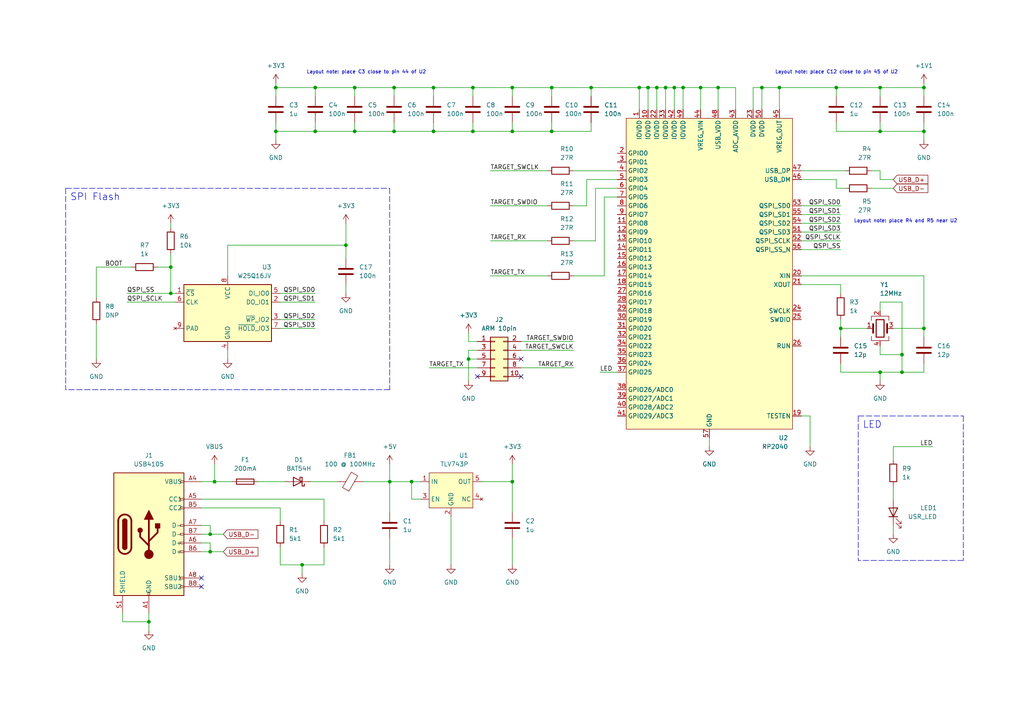
<source format=kicad_sch>
(kicad_sch (version 20211123) (generator eeschema)
  (paper "A4")
  (title_block (title "Picoprobe board") (date "2023-01-06") (rev "1") (company "Martin Kopka") (comment 1 "SWD debugger for RP2040"))
  (lib_symbols
    (symbol "Connector_Generic:Conn_02x05_Odd_Even" (pin_names (offset 1.016) hide)
      (property "Reference" "J" (at 1.27 7.62 0))
      (property "Value" "Conn_02x05_Odd_Even" (at 1.27 -7.62 0))
      (symbol "Conn_02x05_Odd_Even_1_1"
        (rectangle (start -1.27 -4.953) (end 0 -5.207) (stroke (width 0.1524)))
        (rectangle (start -1.27 -2.413) (end 0 -2.667) (stroke (width 0.1524)))
        (rectangle (start -1.27 0.127) (end 0 -0.127) (stroke (width 0.1524)))
        (rectangle (start -1.27 2.667) (end 0 2.413) (stroke (width 0.1524)))
        (rectangle (start -1.27 5.207) (end 0 4.953) (stroke (width 0.1524)))
        (rectangle (start -1.27 6.35) (end 3.81 -6.35) (stroke (width 0.254)) (fill (type background)))
        (rectangle (start 3.81 -4.953) (end 2.54 -5.207) (stroke (width 0.1524)))
        (rectangle (start 3.81 -2.413) (end 2.54 -2.667) (stroke (width 0.1524)))
        (rectangle (start 3.81 0.127) (end 2.54 -0.127) (stroke (width 0.1524)))
        (rectangle (start 3.81 2.667) (end 2.54 2.413) (stroke (width 0.1524)))
        (rectangle (start 3.81 5.207) (end 2.54 4.953) (stroke (width 0.1524)))
        (pin passive line (at -5.08 5.08 0) (length 3.81) (name "Pin_1") (number "1"))
        (pin passive line (at 7.62 -5.08 180) (length 3.81) (name "Pin_10") (number "10"))
        (pin passive line (at 7.62 5.08 180) (length 3.81) (name "Pin_2") (number "2"))
        (pin passive line (at -5.08 2.54 0) (length 3.81) (name "Pin_3") (number "3"))
        (pin passive line (at 7.62 2.54 180) (length 3.81) (name "Pin_4") (number "4"))
        (pin passive line (at -5.08 0 0) (length 3.81) (name "Pin_5") (number "5"))
        (pin passive line (at 7.62 0 180) (length 3.81) (name "Pin_6") (number "6"))
        (pin passive line (at -5.08 -2.54 0) (length 3.81) (name "Pin_7") (number "7"))
        (pin passive line (at 7.62 -2.54 180) (length 3.81) (name "Pin_8") (number "8"))
        (pin passive line (at -5.08 -5.08 0) (length 3.81) (name "Pin_9") (number "9"))
      )
    )
    (symbol "Device:C" (pin_numbers hide) (pin_names (offset 0.254))
      (property "Reference" "C" (at 0.635 2.54 0))
      (property "Value" "C" (at 0.635 -2.54 0))
      (symbol "C_0_1"
        (polyline (pts (xy -2.032 -0.762) (xy 2.032 -0.762)) (stroke (width 0.508)))
        (polyline (pts (xy -2.032 0.762) (xy 2.032 0.762)) (stroke (width 0.508)))
      )
      (symbol "C_1_1"
        (pin passive line (at 0 3.81 270) (length 2.794) (name "~") (number "1"))
        (pin passive line (at 0 -3.81 90) (length 2.794) (name "~") (number "2"))
      )
    )
    (symbol "Device:Crystal_GND24" (pin_names (offset 1.016) hide)
      (property "Reference" "Y" (at 3.175 5.08 0))
      (property "Value" "Crystal_GND24" (at 3.175 3.175 0))
      (symbol "Crystal_GND24_0_1"
        (rectangle (start -1.143 2.54) (end 1.143 -2.54) (stroke (width 0.3048)))
        (polyline (pts (xy -2.54 0) (xy -2.032 0)))
        (polyline (pts (xy -2.032 -1.27) (xy -2.032 1.27)) (stroke (width 0.508)))
        (polyline (pts (xy 0 -3.81) (xy 0 -3.556)))
        (polyline (pts (xy 0 3.556) (xy 0 3.81)))
        (polyline (pts (xy 2.032 -1.27) (xy 2.032 1.27)) (stroke (width 0.508)))
        (polyline (pts (xy 2.032 0) (xy 2.54 0)))
        (polyline (pts (xy -2.54 -2.286) (xy -2.54 -3.556) (xy 2.54 -3.556) (xy 2.54 -2.286)))
        (polyline (pts (xy -2.54 2.286) (xy -2.54 3.556) (xy 2.54 3.556) (xy 2.54 2.286)))
      )
      (symbol "Crystal_GND24_1_1"
        (pin passive line (at -3.81 0 0) (length 1.27) (name "1") (number "1"))
        (pin passive line (at 0 5.08 270) (length 1.27) (name "2") (number "2"))
        (pin passive line (at 3.81 0 180) (length 1.27) (name "3") (number "3"))
        (pin passive line (at 0 -5.08 90) (length 1.27) (name "4") (number "4"))
      )
    )
    (symbol "Device:FerriteBead" (pin_numbers hide) (pin_names (offset 0))
      (property "Reference" "FB" (at -3.81 0.635 90))
      (property "Value" "FerriteBead" (at 3.81 0 90))
      (symbol "FerriteBead_0_1"
        (polyline (pts (xy 0 -1.27) (xy 0 -1.2192)))
        (polyline (pts (xy 0 1.27) (xy 0 1.2954)))
        (polyline (pts (xy -2.7686 0.4064) (xy -1.7018 2.2606) (xy 2.7686 -0.3048) (xy 1.6764 -2.159) (xy -2.7686 0.4064)))
      )
      (symbol "FerriteBead_1_1"
        (pin passive line (at 0 3.81 270) (length 2.54) (name "~") (number "1"))
        (pin passive line (at 0 -3.81 90) (length 2.54) (name "~") (number "2"))
      )
    )
    (symbol "Device:Fuse" (pin_numbers hide) (pin_names (offset 0))
      (property "Reference" "F" (at 2.032 0 90))
      (property "Value" "Fuse" (at -1.905 0 90))
      (symbol "Fuse_0_1"
        (rectangle (start -0.762 -2.54) (end 0.762 2.54) (stroke (width 0.254)))
        (polyline (pts (xy 0 2.54) (xy 0 -2.54)))
      )
      (symbol "Fuse_1_1"
        (pin passive line (at 0 3.81 270) (length 1.27) (name "~") (number "1"))
        (pin passive line (at 0 -3.81 90) (length 1.27) (name "~") (number "2"))
      )
    )
    (symbol "Device:LED" (pin_numbers hide) (pin_names (offset 1.016) hide)
      (property "Reference" "D" (at 0 2.54 0))
      (property "Value" "LED" (at 0 -2.54 0))
      (symbol "LED_0_1"
        (polyline (pts (xy -1.27 -1.27) (xy -1.27 1.27)) (stroke (width 0.254)))
        (polyline (pts (xy -1.27 0) (xy 1.27 0)))
        (polyline (pts (xy 1.27 -1.27) (xy 1.27 1.27) (xy -1.27 0) (xy 1.27 -1.27)) (stroke (width 0.254)))
        (polyline (pts (xy -3.048 -0.762) (xy -4.572 -2.286) (xy -3.81 -2.286) (xy -4.572 -2.286) (xy -4.572 -1.524)))
        (polyline (pts (xy -1.778 -0.762) (xy -3.302 -2.286) (xy -2.54 -2.286) (xy -3.302 -2.286) (xy -3.302 -1.524)))
      )
      (symbol "LED_1_1"
        (pin passive line (at -3.81 0 0) (length 2.54) (name "K") (number "1"))
        (pin passive line (at 3.81 0 180) (length 2.54) (name "A") (number "2"))
      )
    )
    (symbol "Device:R" (pin_numbers hide) (pin_names (offset 0))
      (property "Reference" "R" (at 2.032 0 90))
      (property "Value" "R" (at 0 0 90))
      (symbol "R_0_1"
        (rectangle (start -1.016 -2.54) (end 1.016 2.54) (stroke (width 0.254)))
      )
      (symbol "R_1_1"
        (pin passive line (at 0 3.81 270) (length 1.27) (name "~") (number "1"))
        (pin passive line (at 0 -3.81 90) (length 1.27) (name "~") (number "2"))
      )
    )
    (symbol "power:+1V1" (power) (pin_names (offset 0))
      (property "Value" "+1V1" (at 0 3.556 0))
      (symbol "+1V1_0_1"
        (polyline (pts (xy -0.762 1.27) (xy 0 2.54)))
        (polyline (pts (xy 0 0) (xy 0 2.54)))
        (polyline (pts (xy 0 2.54) (xy 0.762 1.27)))
      )
      (symbol "+1V1_1_1"
        (pin power_in line (at 0 0 90) (length 0) hide (name "+1V1") (number "1"))
      )
    )
    (symbol "power:+3V3" (power) (pin_names (offset 0))
      (property "Value" "+3V3" (at 0 3.556 0))
      (symbol "+3V3_0_1"
        (polyline (pts (xy -0.762 1.27) (xy 0 2.54)))
        (polyline (pts (xy 0 0) (xy 0 2.54)))
        (polyline (pts (xy 0 2.54) (xy 0.762 1.27)))
      )
      (symbol "+3V3_1_1"
        (pin power_in line (at 0 0 90) (length 0) hide (name "+3V3") (number "1"))
      )
    )
    (symbol "power:+5V" (power) (pin_names (offset 0))
      (property "Value" "+5V" (at 0 3.556 0))
      (symbol "+5V_0_1"
        (polyline (pts (xy -0.762 1.27) (xy 0 2.54)))
        (polyline (pts (xy 0 0) (xy 0 2.54)))
        (polyline (pts (xy 0 2.54) (xy 0.762 1.27)))
      )
      (symbol "+5V_1_1"
        (pin power_in line (at 0 0 90) (length 0) hide (name "+5V") (number "1"))
      )
    )
    (symbol "power:GND" (power) (pin_names (offset 0))
      (property "Value" "GND" (at 0 -3.81 0))
      (symbol "GND_0_1"
        (polyline (pts (xy 0 0) (xy 0 -1.27) (xy 1.27 -1.27) (xy 0 -2.54) (xy -1.27 -1.27) (xy 0 -1.27)))
      )
      (symbol "GND_1_1"
        (pin power_in line (at 0 0 270) (length 0) hide (name "GND") (number "1"))
      )
    )
    (symbol "power:VBUS" (power) (pin_names (offset 0))
      (property "Value" "VBUS" (at 0 3.81 0))
      (symbol "VBUS_0_1"
        (polyline (pts (xy -0.762 1.27) (xy 0 2.54)))
        (polyline (pts (xy 0 0) (xy 0 2.54)))
        (polyline (pts (xy 0 2.54) (xy 0.762 1.27)))
      )
      (symbol "VBUS_1_1"
        (pin power_in line (at 0 0 90) (length 0) hide (name "VBUS") (number "1"))
      )
    )
    (symbol "w-connector:USB4105"
      (property "Reference" "J" (at 0 22.86 0))
      (property "Value" "USB4105" (at 0 20.32 0))
      (symbol "USB4105_0_0"
        (rectangle (start -0.254 -17.78) (end 0.254 -16.764))
        (rectangle (start 10.16 -14.986) (end 9.144 -15.494))
        (rectangle (start 10.16 -12.446) (end 9.144 -12.954))
        (rectangle (start 10.16 -4.826) (end 9.144 -5.334))
        (rectangle (start 10.16 -2.286) (end 9.144 -2.794))
        (rectangle (start 10.16 0.254) (end 9.144 -0.254))
        (rectangle (start 10.16 2.794) (end 9.144 2.286))
        (rectangle (start 10.16 7.874) (end 9.144 7.366))
        (rectangle (start 10.16 10.414) (end 9.144 9.906))
        (rectangle (start 10.16 15.494) (end 9.144 14.986))
      )
      (symbol "USB4105_0_1"
        (rectangle (start -10.16 17.78) (end 10.16 -17.78) (stroke (width 0.254)) (fill (type background)))
        (arc (start -8.89 -3.81) (mid -6.985 -5.715) (end -5.08 -3.81) (stroke (width 0.508)))
        (arc (start -7.62 -3.81) (mid -6.985 -4.445) (end -6.35 -3.81) (stroke (width 0.254)))
        (arc (start -7.62 -3.81) (mid -6.985 -4.445) (end -6.35 -3.81) (stroke (width 0.254)) (fill (type outline)))
        (rectangle (start -7.62 -3.81) (end -6.35 3.81) (stroke (width 0.254)) (fill (type outline)))
        (arc (start -6.35 3.81) (mid -6.985 4.445) (end -7.62 3.81) (stroke (width 0.254)))
        (arc (start -6.35 3.81) (mid -6.985 4.445) (end -7.62 3.81) (stroke (width 0.254)) (fill (type outline)))
        (arc (start -5.08 3.81) (mid -6.985 5.715) (end -8.89 3.81) (stroke (width 0.508)))
        (circle (center -2.54 1.143) (radius 0.635) (stroke (width 0.254)) (fill (type outline)))
        (circle (center 0 -5.842) (radius 1.27) (fill (type outline)))
        (polyline (pts (xy -8.89 -3.81) (xy -8.89 3.81)) (stroke (width 0.508)))
        (polyline (pts (xy -5.08 3.81) (xy -5.08 -3.81)) (stroke (width 0.508)))
        (polyline (pts (xy 0 -5.842) (xy 0 4.318)) (stroke (width 0.508)))
        (polyline (pts (xy 0 -3.302) (xy -2.54 -0.762) (xy -2.54 0.508)) (stroke (width 0.508)))
        (polyline (pts (xy 0 -2.032) (xy 2.54 0.508) (xy 2.54 1.778)) (stroke (width 0.508)))
        (polyline (pts (xy -1.27 4.318) (xy 0 6.858) (xy 1.27 4.318) (xy -1.27 4.318)) (stroke (width 0.254)) (fill (type outline)))
        (rectangle (start 1.905 1.778) (end 3.175 3.048) (stroke (width 0.254)) (fill (type outline)))
      )
      (symbol "USB4105_1_1"
        (pin passive line (at 0 -22.86 90) (length 5.08) (name "GND") (number "A1"))
        (pin passive line (at 0 -22.86 90) (length 5.08) hide (name "GND") (number "A12"))
        (pin passive line (at 15.24 15.24 180) (length 5.08) (name "VBUS") (number "A4"))
        (pin bidirectional line (at 15.24 10.16 180) (length 5.08) (name "CC1") (number "A5"))
        (pin bidirectional line (at 15.24 -2.54 180) (length 5.08) (name "D+") (number "A6"))
        (pin bidirectional line (at 15.24 2.54 180) (length 5.08) (name "D-") (number "A7"))
        (pin bidirectional line (at 15.24 -12.7 180) (length 5.08) (name "SBU1") (number "A8"))
        (pin passive line (at 15.24 15.24 180) (length 5.08) hide (name "VBUS") (number "A9"))
        (pin passive line (at 0 -22.86 90) (length 5.08) hide (name "GND") (number "B1"))
        (pin passive line (at 0 -22.86 90) (length 5.08) hide (name "GND") (number "B12"))
        (pin passive line (at 15.24 15.24 180) (length 5.08) hide (name "VBUS") (number "B4"))
        (pin bidirectional line (at 15.24 7.62 180) (length 5.08) (name "CC2") (number "B5"))
        (pin bidirectional line (at 15.24 -5.08 180) (length 5.08) (name "D+") (number "B6"))
        (pin bidirectional line (at 15.24 0 180) (length 5.08) (name "D-") (number "B7"))
        (pin bidirectional line (at 15.24 -15.24 180) (length 5.08) (name "SBU2") (number "B8"))
        (pin passive line (at 15.24 15.24 180) (length 5.08) hide (name "VBUS") (number "B9"))
        (pin passive line (at -7.62 -22.86 90) (length 5.08) (name "SHIELD") (number "S1"))
      )
    )
    (symbol "w-digital-ic:W25Q16JV"
      (property "Reference" "U" (at 15.24 12.7 0))
      (property "Value" "W25Q16JV" (at 15.24 10.16 0))
      (symbol "W25Q16JV_0_1"
        (rectangle (start -12.7 7.62) (end 12.7 -8.89) (stroke (width 0.254)) (fill (type background)))
      )
      (symbol "W25Q16JV_1_1"
        (pin input line (at -15.24 5.08 0) (length 2.54) (name "~{CS}") (number "1"))
        (pin bidirectional line (at 15.24 2.54 180) (length 2.54) (name "DO_IO1") (number "2"))
        (pin bidirectional line (at 15.24 -2.54 180) (length 2.54) (name "~{WP}_IO2") (number "3"))
        (pin power_in line (at 0 -11.43 90) (length 2.54) (name "GND") (number "4"))
        (pin bidirectional line (at 15.24 5.08 180) (length 2.54) (name "DI_IO0") (number "5"))
        (pin input line (at -15.24 2.54 0) (length 2.54) (name "CLK") (number "6"))
        (pin bidirectional line (at 15.24 -5.08 180) (length 2.54) (name "~{HOLD}_IO3") (number "7"))
        (pin power_in line (at 0 10.16 270) (length 2.54) (name "VCC") (number "8"))
        (pin no_connect line (at -15.24 -5.08 0) (length 2.54) (name "PAD") (number "9"))
      )
    )
    (symbol "w-diode:BAT54H"
      (property "Reference" "D" (at 0 5.08 0))
      (property "Value" "BAT54H" (at 0 2.54 0))
      (symbol "BAT54H_0_1"
        (polyline (pts (xy -1.27 0) (xy 1.27 0)))
        (polyline (pts (xy -1.27 -1.27) (xy -1.27 1.27) (xy 1.27 0) (xy -1.27 -1.27)) (stroke (width 0.254)))
        (polyline (pts (xy 1.905 -0.635) (xy 1.905 -1.27) (xy 1.27 -1.27) (xy 1.27 1.27) (xy 0.635 1.27) (xy 0.635 0.635)) (stroke (width 0.254)))
      )
      (symbol "BAT54H_1_1"
        (pin passive line (at 3.81 0 180) (length 2.54) (name "K") (number "1"))
        (pin passive line (at -3.81 0 0) (length 2.54) (name "A") (number "2"))
      )
    )
    (symbol "w-mcu:RP2040"
      (property "Reference" "U" (at 22.86 -55.88 0))
      (property "Value" "RP2040" (at 22.86 -58.42 0))
      (symbol "RP2040_0_1"
        (rectangle (start -24.13 36.83) (end 24.13 -53.34) (fill (type background)))
      )
      (symbol "RP2040_1_1"
        (pin power_in line (at -20.32 39.37 270) (length 2.54) (name "IOVDD") (number "1"))
        (pin power_in line (at -17.78 39.37 270) (length 2.54) (name "IOVDD") (number "10"))
        (pin bidirectional line (at -26.67 6.35 0) (length 2.54) (name "GPIO8") (number "11"))
        (pin bidirectional line (at -26.67 3.81 0) (length 2.54) (name "GPIO9") (number "12"))
        (pin bidirectional line (at -26.67 1.27 0) (length 2.54) (name "GPIO10") (number "13"))
        (pin bidirectional line (at -26.67 -1.27 0) (length 2.54) (name "GPIO11") (number "14"))
        (pin bidirectional line (at -26.67 -3.81 0) (length 2.54) (name "GPIO12") (number "15"))
        (pin bidirectional line (at -26.67 -6.35 0) (length 2.54) (name "GPIO13") (number "16"))
        (pin bidirectional line (at -26.67 -8.89 0) (length 2.54) (name "GPIO14") (number "17"))
        (pin bidirectional line (at -26.67 -11.43 0) (length 2.54) (name "GPIO15") (number "18"))
        (pin input line (at 26.67 -49.53 180) (length 2.54) (name "TESTEN") (number "19"))
        (pin bidirectional line (at -26.67 26.67 0) (length 2.54) (name "GPIO0") (number "2"))
        (pin input line (at 26.67 -8.89 180) (length 2.54) (name "XIN") (number "20"))
        (pin output line (at 26.67 -11.43 180) (length 2.54) (name "XOUT") (number "21"))
        (pin power_in line (at -15.24 39.37 270) (length 2.54) (name "IOVDD") (number "22"))
        (pin power_in line (at 12.7 39.37 270) (length 2.54) (name "DVDD") (number "23"))
        (pin bidirectional line (at 26.67 -19.05 180) (length 2.54) (name "SWCLK") (number "24"))
        (pin bidirectional line (at 26.67 -21.59 180) (length 2.54) (name "SWDIO") (number "25"))
        (pin input line (at 26.67 -29.21 180) (length 2.54) (name "RUN") (number "26"))
        (pin bidirectional line (at -26.67 -13.97 0) (length 2.54) (name "GPIO16") (number "27"))
        (pin bidirectional line (at -26.67 -16.51 0) (length 2.54) (name "GPIO17") (number "28"))
        (pin bidirectional line (at -26.67 -19.05 0) (length 2.54) (name "GPIO18") (number "29"))
        (pin bidirectional line (at -26.67 24.13 0) (length 2.54) (name "GPIO1") (number "3"))
        (pin bidirectional line (at -26.67 -21.59 0) (length 2.54) (name "GPIO19") (number "30"))
        (pin bidirectional line (at -26.67 -24.13 0) (length 2.54) (name "GPIO20") (number "31"))
        (pin bidirectional line (at -26.67 -26.67 0) (length 2.54) (name "GPIO21") (number "32"))
        (pin power_in line (at -12.7 39.37 270) (length 2.54) (name "IOVDD") (number "33"))
        (pin bidirectional line (at -26.67 -29.21 0) (length 2.54) (name "GPIO22") (number "34"))
        (pin bidirectional line (at -26.67 -31.75 0) (length 2.54) (name "GPIO23") (number "35"))
        (pin bidirectional line (at -26.67 -34.29 0) (length 2.54) (name "GPIO24") (number "36"))
        (pin bidirectional line (at -26.67 -36.83 0) (length 2.54) (name "GPIO25") (number "37"))
        (pin bidirectional line (at -26.67 -41.91 0) (length 2.54) (name "GPIO26/ADC0") (number "38"))
        (pin bidirectional line (at -26.67 -44.45 0) (length 2.54) (name "GPIO27/ADC1") (number "39"))
        (pin bidirectional line (at -26.67 21.59 0) (length 2.54) (name "GPIO2") (number "4"))
        (pin bidirectional line (at -26.67 -46.99 0) (length 2.54) (name "GPIO28/ADC2") (number "40"))
        (pin bidirectional line (at -26.67 -49.53 0) (length 2.54) (name "GPIO29/ADC3") (number "41"))
        (pin power_in line (at -10.16 39.37 270) (length 2.54) (name "IOVDD") (number "42"))
        (pin power_in line (at 7.62 39.37 270) (length 2.54) (name "ADC_AVDD") (number "43"))
        (pin power_in line (at -2.54 39.37 270) (length 2.54) (name "VREG_VIN") (number "44"))
        (pin power_out line (at 20.32 39.37 270) (length 2.54) (name "VREG_OUT") (number "45"))
        (pin bidirectional line (at 26.67 19.05 180) (length 2.54) (name "USB_DM") (number "46"))
        (pin bidirectional line (at 26.67 21.59 180) (length 2.54) (name "USB_DP") (number "47"))
        (pin power_in line (at 2.54 39.37 270) (length 2.54) (name "USB_VDD") (number "48"))
        (pin power_in line (at -7.62 39.37 270) (length 2.54) (name "IOVDD") (number "49"))
        (pin bidirectional line (at -26.67 19.05 0) (length 2.54) (name "GPIO3") (number "5"))
        (pin power_in line (at 15.24 39.37 270) (length 2.54) (name "DVDD") (number "50"))
        (pin bidirectional line (at 26.67 3.81 180) (length 2.54) (name "QSPI_SD3") (number "51"))
        (pin output line (at 26.67 1.27 180) (length 2.54) (name "QSPI_SCLK") (number "52"))
        (pin bidirectional line (at 26.67 11.43 180) (length 2.54) (name "QSPI_SD0") (number "53"))
        (pin bidirectional line (at 26.67 6.35 180) (length 2.54) (name "QSPI_SD2") (number "54"))
        (pin bidirectional line (at 26.67 8.89 180) (length 2.54) (name "QSPI_SD1") (number "55"))
        (pin output line (at 26.67 -1.27 180) (length 2.54) (name "QSPI_SS_N") (number "56"))
        (pin power_in line (at 0 -55.88 90) (length 2.54) (name "GND") (number "57"))
        (pin bidirectional line (at -26.67 16.51 0) (length 2.54) (name "GPIO4") (number "6"))
        (pin bidirectional line (at -26.67 13.97 0) (length 2.54) (name "GPIO5") (number "7"))
        (pin bidirectional line (at -26.67 11.43 0) (length 2.54) (name "GPIO6") (number "8"))
        (pin bidirectional line (at -26.67 8.89 0) (length 2.54) (name "GPIO7") (number "9"))
      )
    )
    (symbol "w-regulator:TLV743P"
      (property "Reference" "U" (at 6.35 7.62 0))
      (property "Value" "TLV743P" (at 6.35 5.08 0))
      (symbol "TLV743P_0_1"
        (rectangle (start -6.35 2.54) (end 6.35 -7.62) (fill (type background)))
      )
      (symbol "TLV743P_1_1"
        (pin power_in line (at -8.89 0 0) (length 2.54) (name "IN") (number "1"))
        (pin power_in line (at 0 -10.16 90) (length 2.54) (name "GND") (number "2"))
        (pin input line (at -8.89 -5.08 0) (length 2.54) (name "EN") (number "3"))
        (pin no_connect line (at 8.89 -5.08 180) (length 2.54) (name "NC") (number "4"))
        (pin power_out line (at 8.89 0 180) (length 2.54) (name "OUT") (number "5"))
      )
    )
  )
  (junction (at 91.44 25.4))
  (junction (at 255.27 38.1))
  (junction (at 113.03 139.7))
  (junction (at 220.98 25.4))
  (junction (at 135.89 104.14))
  (junction (at 267.97 25.4))
  (junction (at 49.53 77.47))
  (junction (at 185.42 25.4))
  (junction (at 190.5 25.4))
  (junction (at 148.59 25.4))
  (junction (at 255.27 107.95))
  (junction (at 148.59 139.7))
  (junction (at 208.28 25.4))
  (junction (at 242.57 25.4))
  (junction (at 243.84 95.25))
  (junction (at 193.04 25.4))
  (junction (at 187.96 25.4))
  (junction (at 255.27 25.4))
  (junction (at 261.62 107.95))
  (junction (at 114.3 38.1))
  (junction (at 267.97 38.1))
  (junction (at 91.44 38.1))
  (junction (at 261.62 102.87))
  (junction (at 102.87 25.4))
  (junction (at 80.01 25.4))
  (junction (at 195.58 25.4))
  (junction (at 100.33 71.12))
  (junction (at 125.73 25.4))
  (junction (at 60.96 160.02))
  (junction (at 87.63 163.83))
  (junction (at 226.06 25.4))
  (junction (at 60.96 154.94))
  (junction (at 137.16 38.1))
  (junction (at 49.53 85.09))
  (junction (at 203.2 25.4))
  (junction (at 137.16 25.4))
  (junction (at 198.12 25.4))
  (junction (at 160.02 25.4))
  (junction (at 43.18 180.34))
  (junction (at 125.73 38.1))
  (junction (at 160.02 38.1))
  (junction (at 267.97 95.25))
  (junction (at 114.3 25.4))
  (junction (at 80.01 38.1))
  (junction (at 171.45 25.4))
  (junction (at 148.59 38.1))
  (junction (at 119.38 139.7))
  (junction (at 102.87 38.1))
  (junction (at 62.23 139.7))
  (no_connect (at 151.13 109.22))
  (no_connect (at 138.43 109.22))
  (no_connect (at 58.42 170.18))
  (no_connect (at 58.42 167.64))
  (no_connect (at 151.13 104.14))
  (wire (pts (xy 80.01 25.4) (xy 91.44 25.4)))
  (wire (pts (xy 58.42 157.48) (xy 60.96 157.48)))
  (wire (pts (xy 91.44 92.71) (xy 81.28 92.71)))
  (wire (pts (xy 243.84 64.77) (xy 232.41 64.77)))
  (wire (pts (xy 125.73 35.56) (xy 125.73 38.1)))
  (wire (pts (xy 124.46 106.68) (xy 138.43 106.68)))
  (wire (pts (xy 66.04 71.12) (xy 66.04 80.01)))
  (wire (pts (xy 198.12 25.4) (xy 198.12 31.75)))
  (wire (pts (xy 255.27 107.95) (xy 255.27 110.49)))
  (wire (pts (xy 261.62 102.87) (xy 261.62 107.95)))
  (wire (pts (xy 242.57 52.07) (xy 242.57 54.61)))
  (wire (pts (xy 49.53 64.77) (xy 49.53 66.04)))
  (wire (pts (xy 193.04 25.4) (xy 193.04 31.75)))
  (wire (pts (xy 148.59 134.62) (xy 148.59 139.7)))
  (wire (pts (xy 91.44 25.4) (xy 102.87 25.4)))
  (wire (pts (xy 205.74 127) (xy 205.74 129.54)))
  (wire (pts (xy 100.33 82.55) (xy 100.33 85.09)))
  (polyline (pts (xy 279.4 120.65) (xy 279.4 162.56)))
  (wire (pts (xy 190.5 25.4) (xy 190.5 31.75)))
  (wire (pts (xy 213.36 25.4) (xy 208.28 25.4)))
  (polyline (pts (xy 19.05 54.61) (xy 113.03 54.61)))
  (wire (pts (xy 135.89 101.6) (xy 135.89 104.14)))
  (wire (pts (xy 62.23 134.62) (xy 62.23 139.7)))
  (wire (pts (xy 91.44 38.1) (xy 91.44 35.56)))
  (wire (pts (xy 232.41 49.53) (xy 245.11 49.53)))
  (wire (pts (xy 251.46 95.25) (xy 243.84 95.25)))
  (polyline (pts (xy 279.4 162.56) (xy 248.92 162.56)))
  (wire (pts (xy 243.84 105.41) (xy 243.84 107.95)))
  (wire (pts (xy 160.02 35.56) (xy 160.02 38.1)))
  (wire (pts (xy 187.96 25.4) (xy 185.42 25.4)))
  (wire (pts (xy 80.01 24.13) (xy 80.01 25.4)))
  (wire (pts (xy 91.44 85.09) (xy 81.28 85.09)))
  (wire (pts (xy 151.13 101.6) (xy 166.37 101.6)))
  (wire (pts (xy 226.06 31.75) (xy 226.06 25.4)))
  (wire (pts (xy 119.38 139.7) (xy 119.38 144.78)))
  (wire (pts (xy 243.84 69.85) (xy 232.41 69.85)))
  (wire (pts (xy 74.93 139.7) (xy 82.55 139.7)))
  (wire (pts (xy 43.18 180.34) (xy 43.18 177.8)))
  (wire (pts (xy 121.92 144.78) (xy 119.38 144.78)))
  (wire (pts (xy 91.44 27.94) (xy 91.44 25.4)))
  (polyline (pts (xy 248.92 120.65) (xy 248.92 162.56)))
  (wire (pts (xy 102.87 35.56) (xy 102.87 38.1)))
  (wire (pts (xy 138.43 101.6) (xy 135.89 101.6)))
  (wire (pts (xy 261.62 87.63) (xy 261.62 102.87)))
  (wire (pts (xy 270.51 129.54) (xy 259.08 129.54)))
  (wire (pts (xy 151.13 99.06) (xy 166.37 99.06)))
  (wire (pts (xy 81.28 163.83) (xy 87.63 163.83)))
  (wire (pts (xy 267.97 35.56) (xy 267.97 38.1)))
  (wire (pts (xy 125.73 38.1) (xy 114.3 38.1)))
  (wire (pts (xy 58.42 152.4) (xy 60.96 152.4)))
  (wire (pts (xy 27.94 77.47) (xy 27.94 86.36)))
  (wire (pts (xy 45.72 77.47) (xy 49.53 77.47)))
  (wire (pts (xy 130.81 149.86) (xy 130.81 163.83)))
  (wire (pts (xy 170.18 59.69) (xy 166.37 59.69)))
  (wire (pts (xy 193.04 25.4) (xy 195.58 25.4)))
  (wire (pts (xy 160.02 27.94) (xy 160.02 25.4)))
  (polyline (pts (xy 113.03 54.61) (xy 113.03 113.03)))
  (wire (pts (xy 113.03 139.7) (xy 119.38 139.7)))
  (wire (pts (xy 243.84 95.25) (xy 243.84 97.79)))
  (wire (pts (xy 90.17 139.7) (xy 97.79 139.7)))
  (wire (pts (xy 242.57 25.4) (xy 242.57 27.94)))
  (wire (pts (xy 148.59 35.56) (xy 148.59 38.1)))
  (wire (pts (xy 105.41 139.7) (xy 113.03 139.7)))
  (wire (pts (xy 87.63 163.83) (xy 87.63 166.37)))
  (wire (pts (xy 166.37 80.01) (xy 175.26 80.01)))
  (wire (pts (xy 175.26 57.15) (xy 175.26 80.01)))
  (wire (pts (xy 91.44 95.25) (xy 81.28 95.25)))
  (wire (pts (xy 135.89 99.06) (xy 138.43 99.06)))
  (wire (pts (xy 148.59 27.94) (xy 148.59 25.4)))
  (wire (pts (xy 148.59 38.1) (xy 137.16 38.1)))
  (polyline (pts (xy 248.92 120.65) (xy 279.4 120.65)))
  (wire (pts (xy 232.41 80.01) (xy 267.97 80.01)))
  (wire (pts (xy 137.16 27.94) (xy 137.16 25.4)))
  (wire (pts (xy 142.24 80.01) (xy 158.75 80.01)))
  (wire (pts (xy 261.62 107.95) (xy 255.27 107.95)))
  (wire (pts (xy 175.26 57.15) (xy 179.07 57.15)))
  (wire (pts (xy 49.53 85.09) (xy 50.8 85.09)))
  (wire (pts (xy 243.84 107.95) (xy 255.27 107.95)))
  (wire (pts (xy 113.03 139.7) (xy 113.03 134.62)))
  (wire (pts (xy 242.57 25.4) (xy 255.27 25.4)))
  (wire (pts (xy 187.96 25.4) (xy 187.96 31.75)))
  (wire (pts (xy 43.18 180.34) (xy 43.18 182.88)))
  (wire (pts (xy 234.95 120.65) (xy 232.41 120.65)))
  (wire (pts (xy 142.24 59.69) (xy 158.75 59.69)))
  (wire (pts (xy 171.45 25.4) (xy 171.45 27.94)))
  (wire (pts (xy 242.57 38.1) (xy 255.27 38.1)))
  (wire (pts (xy 100.33 74.93) (xy 100.33 71.12)))
  (wire (pts (xy 259.08 140.97) (xy 259.08 144.78)))
  (wire (pts (xy 160.02 38.1) (xy 148.59 38.1)))
  (wire (pts (xy 166.37 69.85) (xy 172.72 69.85)))
  (wire (pts (xy 172.72 54.61) (xy 179.07 54.61)))
  (wire (pts (xy 213.36 25.4) (xy 213.36 31.75)))
  (wire (pts (xy 242.57 54.61) (xy 245.11 54.61)))
  (wire (pts (xy 35.56 177.8) (xy 35.56 180.34)))
  (wire (pts (xy 255.27 35.56) (xy 255.27 38.1)))
  (wire (pts (xy 259.08 54.61) (xy 252.73 54.61)))
  (wire (pts (xy 114.3 35.56) (xy 114.3 38.1)))
  (wire (pts (xy 232.41 52.07) (xy 242.57 52.07)))
  (wire (pts (xy 267.97 107.95) (xy 261.62 107.95)))
  (wire (pts (xy 173.99 107.95) (xy 179.07 107.95)))
  (wire (pts (xy 151.13 106.68) (xy 166.37 106.68)))
  (wire (pts (xy 220.98 25.4) (xy 226.06 25.4)))
  (wire (pts (xy 234.95 129.54) (xy 234.95 120.65)))
  (wire (pts (xy 243.84 62.23) (xy 232.41 62.23)))
  (wire (pts (xy 198.12 25.4) (xy 195.58 25.4)))
  (wire (pts (xy 81.28 147.32) (xy 81.28 151.13)))
  (wire (pts (xy 190.5 25.4) (xy 193.04 25.4)))
  (wire (pts (xy 148.59 25.4) (xy 160.02 25.4)))
  (wire (pts (xy 27.94 93.98) (xy 27.94 104.14)))
  (wire (pts (xy 255.27 52.07) (xy 259.08 52.07)))
  (wire (pts (xy 80.01 38.1) (xy 80.01 40.64)))
  (wire (pts (xy 255.27 38.1) (xy 267.97 38.1)))
  (wire (pts (xy 267.97 38.1) (xy 267.97 40.64)))
  (wire (pts (xy 35.56 180.34) (xy 43.18 180.34)))
  (wire (pts (xy 93.98 144.78) (xy 93.98 151.13)))
  (wire (pts (xy 27.94 77.47) (xy 38.1 77.47)))
  (wire (pts (xy 166.37 49.53) (xy 179.07 49.53)))
  (wire (pts (xy 218.44 25.4) (xy 220.98 25.4)))
  (wire (pts (xy 80.01 38.1) (xy 91.44 38.1)))
  (wire (pts (xy 36.83 87.63) (xy 50.8 87.63)))
  (wire (pts (xy 114.3 38.1) (xy 102.87 38.1)))
  (wire (pts (xy 142.24 69.85) (xy 158.75 69.85)))
  (wire (pts (xy 208.28 25.4) (xy 208.28 31.75)))
  (wire (pts (xy 267.97 105.41) (xy 267.97 107.95)))
  (wire (pts (xy 66.04 101.6) (xy 66.04 104.14)))
  (wire (pts (xy 80.01 35.56) (xy 80.01 38.1)))
  (wire (pts (xy 58.42 144.78) (xy 93.98 144.78)))
  (wire (pts (xy 243.84 82.55) (xy 232.41 82.55)))
  (wire (pts (xy 255.27 87.63) (xy 261.62 87.63)))
  (wire (pts (xy 49.53 77.47) (xy 49.53 85.09)))
  (wire (pts (xy 113.03 139.7) (xy 113.03 148.59)))
  (wire (pts (xy 170.18 52.07) (xy 170.18 59.69)))
  (wire (pts (xy 185.42 25.4) (xy 185.42 31.75)))
  (wire (pts (xy 208.28 25.4) (xy 203.2 25.4)))
  (wire (pts (xy 58.42 154.94) (xy 60.96 154.94)))
  (wire (pts (xy 195.58 25.4) (xy 195.58 31.75)))
  (wire (pts (xy 261.62 102.87) (xy 255.27 102.87)))
  (wire (pts (xy 160.02 25.4) (xy 171.45 25.4)))
  (wire (pts (xy 135.89 104.14) (xy 138.43 104.14)))
  (wire (pts (xy 220.98 31.75) (xy 220.98 25.4)))
  (wire (pts (xy 49.53 73.66) (xy 49.53 77.47)))
  (wire (pts (xy 203.2 25.4) (xy 198.12 25.4)))
  (wire (pts (xy 62.23 139.7) (xy 67.31 139.7)))
  (wire (pts (xy 267.97 80.01) (xy 267.97 95.25)))
  (wire (pts (xy 171.45 25.4) (xy 185.42 25.4)))
  (wire (pts (xy 267.97 25.4) (xy 267.97 27.94)))
  (wire (pts (xy 58.42 139.7) (xy 62.23 139.7)))
  (wire (pts (xy 36.83 85.09) (xy 49.53 85.09)))
  (wire (pts (xy 87.63 163.83) (xy 93.98 163.83)))
  (wire (pts (xy 60.96 157.48) (xy 60.96 160.02)))
  (polyline (pts (xy 19.05 54.61) (xy 19.05 113.03)))
  (wire (pts (xy 267.97 24.13) (xy 267.97 25.4)))
  (wire (pts (xy 243.84 67.31) (xy 232.41 67.31)))
  (wire (pts (xy 80.01 25.4) (xy 80.01 27.94)))
  (wire (pts (xy 255.27 49.53) (xy 255.27 52.07)))
  (wire (pts (xy 171.45 35.56) (xy 171.45 38.1)))
  (wire (pts (xy 243.84 59.69) (xy 232.41 59.69)))
  (wire (pts (xy 135.89 104.14) (xy 135.89 110.49)))
  (wire (pts (xy 172.72 69.85) (xy 172.72 54.61)))
  (wire (pts (xy 242.57 35.56) (xy 242.57 38.1)))
  (wire (pts (xy 93.98 163.83) (xy 93.98 158.75)))
  (wire (pts (xy 171.45 38.1) (xy 160.02 38.1)))
  (wire (pts (xy 100.33 71.12) (xy 66.04 71.12)))
  (wire (pts (xy 137.16 35.56) (xy 137.16 38.1)))
  (wire (pts (xy 137.16 38.1) (xy 125.73 38.1)))
  (wire (pts (xy 259.08 152.4) (xy 259.08 154.94)))
  (wire (pts (xy 148.59 139.7) (xy 148.59 148.59)))
  (wire (pts (xy 119.38 139.7) (xy 121.92 139.7)))
  (wire (pts (xy 259.08 129.54) (xy 259.08 133.35)))
  (wire (pts (xy 125.73 25.4) (xy 137.16 25.4)))
  (wire (pts (xy 255.27 102.87) (xy 255.27 100.33)))
  (wire (pts (xy 102.87 25.4) (xy 114.3 25.4)))
  (wire (pts (xy 259.08 95.25) (xy 267.97 95.25)))
  (wire (pts (xy 148.59 156.21) (xy 148.59 163.83)))
  (wire (pts (xy 58.42 147.32) (xy 81.28 147.32)))
  (wire (pts (xy 125.73 27.94) (xy 125.73 25.4)))
  (wire (pts (xy 91.44 87.63) (xy 81.28 87.63)))
  (wire (pts (xy 60.96 152.4) (xy 60.96 154.94)))
  (wire (pts (xy 60.96 160.02) (xy 64.77 160.02)))
  (wire (pts (xy 255.27 25.4) (xy 267.97 25.4)))
  (wire (pts (xy 218.44 31.75) (xy 218.44 25.4)))
  (wire (pts (xy 255.27 25.4) (xy 255.27 27.94)))
  (wire (pts (xy 137.16 25.4) (xy 148.59 25.4)))
  (wire (pts (xy 113.03 156.21) (xy 113.03 163.83)))
  (wire (pts (xy 58.42 160.02) (xy 60.96 160.02)))
  (wire (pts (xy 114.3 25.4) (xy 125.73 25.4)))
  (wire (pts (xy 255.27 90.17) (xy 255.27 87.63)))
  (wire (pts (xy 255.27 49.53) (xy 252.73 49.53)))
  (wire (pts (xy 114.3 27.94) (xy 114.3 25.4)))
  (wire (pts (xy 142.24 49.53) (xy 158.75 49.53)))
  (wire (pts (xy 102.87 38.1) (xy 91.44 38.1)))
  (wire (pts (xy 267.97 95.25) (xy 267.97 97.79)))
  (wire (pts (xy 135.89 96.52) (xy 135.89 99.06)))
  (polyline (pts (xy 113.03 113.03) (xy 19.05 113.03)))
  (wire (pts (xy 226.06 25.4) (xy 242.57 25.4)))
  (wire (pts (xy 243.84 72.39) (xy 232.41 72.39)))
  (wire (pts (xy 170.18 52.07) (xy 179.07 52.07)))
  (wire (pts (xy 139.7 139.7) (xy 148.59 139.7)))
  (wire (pts (xy 243.84 95.25) (xy 243.84 92.71)))
  (wire (pts (xy 187.96 25.4) (xy 190.5 25.4)))
  (wire (pts (xy 100.33 64.77) (xy 100.33 71.12)))
  (wire (pts (xy 81.28 158.75) (xy 81.28 163.83)))
  (wire (pts (xy 203.2 25.4) (xy 203.2 31.75)))
  (wire (pts (xy 60.96 154.94) (xy 64.77 154.94)))
  (wire (pts (xy 243.84 85.09) (xy 243.84 82.55)))
  (wire (pts (xy 102.87 27.94) (xy 102.87 25.4)))
  (text "SPI Flash" (at 20.32 58.42 0) (effects (font (size 2 2)) (justify left bottom)))
  (text "Layout note: place R4 and R5 near U2" (at 247.65 64.77 0) (effects (font (size 1 1)) (justify left bottom)))
  (text "Layout note: place C3 close to pin 44 of U2" (at 88.9 21.59 0) (effects (font (size 1 1)) (justify left bottom)))
  (text "LED" (at 250.19 124.46 0) (effects (font (size 2 2)) (justify left bottom)))
  (text "Layout note: place C12 close to pin 45 of U2" (at 224.79 21.59 0) (effects (font (size 1 1)) (justify left bottom)))
  (label "LED" (at 173.99 107.95 0))
  (label "QSPI_SD2" (at 243.84 64.77 180))
  (label "QSPI_SS" (at 36.83 85.09 0))
  (label "TARGET_SWDIO" (at 166.37 99.06 180))
  (label "TARGET_RX" (at 166.37 106.68 180))
  (label "QSPI_SCLK" (at 243.84 69.85 180))
  (label "QSPI_SD1" (at 91.44 87.63 180))
  (label "QSPI_SD3" (at 243.84 67.31 180))
  (label "TARGET_TX" (at 124.46 106.68 0))
  (label "TARGET_SWCLK" (at 142.24 49.53 0))
  (label "BOOT" (at 35.56 77.47 180))
  (label "TARGET_TX" (at 142.24 80.01 0))
  (label "QSPI_SD1" (at 243.84 62.23 180))
  (label "QSPI_SCLK" (at 36.83 87.63 0))
  (label "TARGET_SWDIO" (at 142.24 59.69 0))
  (label "QSPI_SD3" (at 91.44 95.25 180))
  (label "QSPI_SD0" (at 91.44 85.09 180))
  (label "QSPI_SS" (at 243.84 72.39 180))
  (label "TARGET_RX" (at 142.24 69.85 0))
  (label "QSPI_SD0" (at 243.84 59.69 180))
  (label "QSPI_SD2" (at 91.44 92.71 180))
  (label "LED" (at 270.51 129.54 180))
  (label "TARGET_SWCLK" (at 166.37 101.6 180))
  (global_label "USB_D-" (shape input) (at 64.77 154.94 0) (property "Intersheet References" "${INTERSHEET_REFS}" (effects hide)))
  (global_label "USB_D+" (shape input) (at 259.08 52.07 0) (property "Intersheet References" "${INTERSHEET_REFS}" (effects hide)))
  (global_label "USB_D+" (shape input) (at 64.77 160.02 0) (property "Intersheet References" "${INTERSHEET_REFS}" (effects hide)))
  (global_label "USB_D-" (shape input) (at 259.08 54.61 0) (property "Intersheet References" "${INTERSHEET_REFS}" (effects hide)))
  (symbol (lib_id "power:+1V1") (at 267.97 24.13 0) (unit 1)
    (property "Reference" "#PWR0102" (effects hide))
    (property "Value" "+1V1" (at 267.97 19.05 0))
  )
  (symbol (lib_id "Device:R") (at 162.56 59.69 90) (unit 1)
    (property "Reference" "R11" (at 166.37 53.34 90) (effects (justify left)))
    (property "Value" "27R" (at 166.37 55.88 90) (effects (justify left)))
    (property "Footprint" "Resistor_SMD:R_0402_1005Metric" (effects hide))
  )
  (symbol (lib_id "Device:C") (at 148.59 31.75 0) (unit 1)
    (property "Reference" "C9" (at 152.4 30.4799 0) (effects (justify left)))
    (property "Value" "100n" (at 152.4 33.0199 0) (effects (justify left)))
    (property "Footprint" "Capacitor_SMD:C_0402_1005Metric" (effects hide))
  )
  (symbol (lib_id "power:GND") (at 87.63 166.37 0) (unit 1)
    (property "Reference" "#PWR0113" (effects hide))
    (property "Value" "GND" (at 87.63 171.45 0))
  )
  (symbol (lib_id "Device:R") (at 248.92 54.61 90) (unit 1)
    (property "Reference" "R5" (at 252.73 58.42 90) (effects (justify left)))
    (property "Value" "27R" (at 252.73 60.96 90) (effects (justify left)))
    (property "Footprint" "Resistor_SMD:R_0402_1005Metric" (effects hide))
  )
  (symbol (lib_id "power:GND") (at 130.81 163.83 0) (unit 1)
    (property "Reference" "#PWR0109" (effects hide))
    (property "Value" "GND" (at 130.81 168.91 0))
  )
  (symbol (lib_id "Device:R") (at 248.92 49.53 90) (unit 1)
    (property "Reference" "R4" (at 252.73 43.18 90) (effects (justify left)))
    (property "Value" "27R" (at 252.73 45.72 90) (effects (justify left)))
    (property "Footprint" "Resistor_SMD:R_0402_1005Metric" (effects hide))
  )
  (symbol (lib_id "Device:C") (at 255.27 31.75 0) (unit 1)
    (property "Reference" "C13" (at 259.08 30.4799 0) (effects (justify left)))
    (property "Value" "100n" (at 259.08 33.0199 0) (effects (justify left)))
    (property "Footprint" "Capacitor_SMD:C_0402_1005Metric" (effects hide))
  )
  (symbol (lib_id "Device:C") (at 114.3 31.75 0) (unit 1)
    (property "Reference" "C6" (at 118.11 30.4799 0) (effects (justify left)))
    (property "Value" "100n" (at 118.11 33.0199 0) (effects (justify left)))
    (property "Footprint" "Capacitor_SMD:C_0402_1005Metric" (effects hide))
  )
  (symbol (lib_id "Device:C") (at 148.59 152.4 0) (unit 1)
    (property "Reference" "C2" (at 152.4 151.13 0) (effects (justify left)))
    (property "Value" "1u" (at 152.4 153.67 0) (effects (justify left)))
    (property "Footprint" "Capacitor_SMD:C_0402_1005Metric" (effects hide))
  )
  (symbol (lib_id "Device:C") (at 125.73 31.75 0) (unit 1)
    (property "Reference" "C7" (at 129.54 30.4799 0) (effects (justify left)))
    (property "Value" "100n" (at 129.54 33.0199 0) (effects (justify left)))
    (property "Footprint" "Capacitor_SMD:C_0402_1005Metric" (effects hide))
  )
  (symbol (lib_id "Device:R") (at 259.08 137.16 180) (unit 1)
    (property "Reference" "R9" (at 261.62 135.8899 0) (effects (justify right)))
    (property "Value" "1k" (at 261.62 138.4299 0) (effects (justify right)))
    (property "Footprint" "Resistor_SMD:R_0402_1005Metric" (effects hide))
  )
  (symbol (lib_id "Device:C") (at 243.84 101.6 0) (unit 1)
    (property "Reference" "C15" (at 247.65 100.3299 0) (effects (justify left)))
    (property "Value" "12p" (at 247.65 102.8699 0) (effects (justify left)))
    (property "Footprint" "Capacitor_SMD:C_0402_1005Metric" (effects hide))
  )
  (symbol (lib_id "Device:R") (at 162.56 80.01 90) (unit 1)
    (property "Reference" "R13" (at 166.37 73.66 90) (effects (justify left)))
    (property "Value" "27R" (at 166.37 76.2 90) (effects (justify left)))
    (property "Footprint" "Resistor_SMD:R_0402_1005Metric" (effects hide))
  )
  (symbol (lib_id "power:GND") (at 113.03 163.83 0) (unit 1)
    (property "Reference" "#PWR0111" (effects hide))
    (property "Value" "GND" (at 113.03 168.91 0))
  )
  (symbol (lib_id "Device:Fuse") (at 71.12 139.7 90) (unit 1)
    (property "Reference" "F1" (at 71.12 133.35 90))
    (property "Value" "200mA" (at 71.12 135.89 90))
    (property "Footprint" "Resistor_SMD:R_0603_1608Metric" (effects hide))
  )
  (symbol (lib_id "Device:C") (at 242.57 31.75 0) (unit 1)
    (property "Reference" "C12" (at 246.38 30.4799 0) (effects (justify left)))
    (property "Value" "1u" (at 246.38 33.0199 0) (effects (justify left)))
    (property "Footprint" "Capacitor_SMD:C_0402_1005Metric" (effects hide))
  )
  (symbol (lib_id "Device:C") (at 80.01 31.75 0) (unit 1)
    (property "Reference" "C3" (at 83.82 30.4799 0) (effects (justify left)))
    (property "Value" "1u" (at 83.82 33.0199 0) (effects (justify left)))
    (property "Footprint" "Capacitor_SMD:C_0402_1005Metric" (effects hide))
  )
  (symbol (lib_id "Device:R") (at 49.53 69.85 180) (unit 1)
    (property "Reference" "R6" (at 52.07 68.5799 0) (effects (justify right)))
    (property "Value" "10k" (at 52.07 71.1199 0) (effects (justify right)))
    (property "Footprint" "Resistor_SMD:R_0402_1005Metric" (effects hide))
  )
  (symbol (lib_id "power:+3V3") (at 100.33 64.77 0) (unit 1)
    (property "Reference" "#PWR0112" (effects hide))
    (property "Value" "+3V3" (at 100.33 59.69 0))
  )
  (symbol (lib_id "Device:C") (at 267.97 101.6 0) (unit 1)
    (property "Reference" "C16" (at 271.78 100.3299 0) (effects (justify left)))
    (property "Value" "12p" (at 271.78 102.8699 0) (effects (justify left)))
    (property "Footprint" "Capacitor_SMD:C_0402_1005Metric" (effects hide))
  )
  (symbol (lib_id "Device:Crystal_GND24") (at 255.27 95.25 0) (unit 1)
    (property "Reference" "Y1" (at 257.81 82.55 0) (effects (justify right)))
    (property "Value" "12MHz" (at 261.62 85.09 0) (effects (justify right)))
    (property "Footprint" "w-crystal:Crystal 3225 3.2x2.5mm 4pin" (effects hide))
  )
  (symbol (lib_id "Device:R") (at 81.28 154.94 0) (unit 1)
    (property "Reference" "R1" (at 83.82 153.6699 0) (effects (justify left)))
    (property "Value" "5k1" (at 83.82 156.2099 0) (effects (justify left)))
    (property "Footprint" "Resistor_SMD:R_0402_1005Metric" (effects hide))
  )
  (symbol (lib_id "Device:R") (at 41.91 77.47 270) (unit 1)
    (property "Reference" "R7" (at 41.91 71.12 90))
    (property "Value" "1k" (at 41.91 73.66 90))
    (property "Footprint" "Resistor_SMD:R_0402_1005Metric" (effects hide))
  )
  (symbol (lib_id "w-diode:BAT54H") (at 86.36 139.7 0) (unit 1)
    (property "Reference" "D1" (at 86.6775 133.35 0))
    (property "Value" "BAT54H" (at 86.6775 135.89 0))
    (property "Footprint" "w-diode:SOD-123LF" (effects hide))
    (property "Datasheet" "https://cz.mouser.com/datasheet/2/308/BAT54HT1_D-1802068.pdf" (effects hide))
  )
  (symbol (lib_id "power:GND") (at 259.08 154.94 0) (unit 1)
    (property "Reference" "#PWR0106" (effects hide))
    (property "Value" "GND" (at 259.08 160.02 0))
  )
  (symbol (lib_id "w-regulator:TLV743P") (at 130.81 139.7 0) (unit 1)
    (property "Reference" "U1" (at 135.89 132.08 0) (effects (justify right)))
    (property "Value" "TLV743P" (at 135.89 134.62 0) (effects (justify right)))
    (property "Footprint" "w-ic:SOT-23-5L" (effects hide))
    (property "Datasheet" "https://www.ti.com/lit/ds/symlink/tlv743p.pdf?ts=1658000118839&ref_url=https%253A%252F%252Fwww.ti.com%252Fproduct%252FTLV743P%253Futm_source%253Dgoogle%2526utm_medium%253Dcpc%2526utm_campaign%253Dapp-null-null-gpn_en-cpc-pf-google-wwe%2526utm_content%253Dtlv743p%2526ds_k%253DTLV743P%2526dcm%253Dyes%2526gclid%253DCjwKCAjww8mWBhABEiwAl6-2RWfLaVIocvHjaOJ3U1RGFWFT_jMdWwrr8X4mUQcoj950WXNg3gbIsRoClEkQAvD_BwE%2526gclsrc%253Daw.ds" (effects hide))
  )
  (symbol (lib_id "power:+3V3") (at 49.53 64.77 0) (unit 1)
    (property "Reference" "#PWR0119" (effects hide))
    (property "Value" "+3V3" (at 49.53 59.69 0))
  )
  (symbol (lib_id "power:GND") (at 43.18 182.88 0) (unit 1)
    (property "Reference" "#PWR0118" (effects hide))
    (property "Value" "GND" (at 43.18 187.96 0))
  )
  (symbol (lib_id "power:GND") (at 255.27 110.49 0) (unit 1)
    (property "Reference" "#PWR0105" (effects hide))
    (property "Value" "GND" (at 255.27 115.57 0))
  )
  (symbol (lib_id "power:GND") (at 27.94 104.14 0) (unit 1)
    (property "Reference" "#PWR0122" (effects hide))
    (property "Value" "GND" (at 27.94 109.22 0))
  )
  (symbol (lib_id "power:GND") (at 234.95 129.54 0) (unit 1)
    (property "Reference" "#PWR0103" (effects hide))
    (property "Value" "GND" (at 234.95 134.62 0))
  )
  (symbol (lib_id "Device:R") (at 162.56 49.53 90) (unit 1)
    (property "Reference" "R10" (at 166.37 43.18 90) (effects (justify left)))
    (property "Value" "27R" (at 166.37 45.72 90) (effects (justify left)))
    (property "Footprint" "Resistor_SMD:R_0402_1005Metric" (effects hide))
  )
  (symbol (lib_id "Device:R") (at 243.84 88.9 0) (unit 1)
    (property "Reference" "R3" (at 246.38 87.6299 0) (effects (justify left)))
    (property "Value" "1k" (at 246.38 90.1699 0) (effects (justify left)))
    (property "Footprint" "Resistor_SMD:R_0402_1005Metric" (effects hide))
  )
  (symbol (lib_id "w-digital-ic:W25Q16JV") (at 66.04 90.17 0) (unit 1)
    (property "Reference" "U3" (at 78.74 77.47 0) (effects (justify right)))
    (property "Value" "W25Q16JV" (at 78.74 80.01 0) (effects (justify right)))
    (property "Footprint" "w-ic:USON-8 2x3mm" (effects hide))
    (property "Datasheet" "https://cz.mouser.com/datasheet/2/949/w25q16jv_spi_revg_03222018_plus-1489727.pdf" (effects hide))
  )
  (symbol (lib_id "power:+3V3") (at 80.01 24.13 0) (unit 1)
    (property "Reference" "#PWR0116" (effects hide))
    (property "Value" "+3V3" (at 80.01 19.05 0))
  )
  (symbol (lib_id "Device:C") (at 102.87 31.75 0) (unit 1)
    (property "Reference" "C5" (at 106.68 30.4799 0) (effects (justify left)))
    (property "Value" "100n" (at 106.68 33.0199 0) (effects (justify left)))
    (property "Footprint" "Capacitor_SMD:C_0402_1005Metric" (effects hide))
  )
  (symbol (lib_id "power:GND") (at 205.74 129.54 0) (unit 1)
    (property "Reference" "#PWR0104" (effects hide))
    (property "Value" "GND" (at 205.74 134.62 0))
  )
  (symbol (lib_id "power:GND") (at 148.59 163.83 0) (unit 1)
    (property "Reference" "#PWR0108" (effects hide))
    (property "Value" "GND" (at 148.59 168.91 0))
  )
  (symbol (lib_id "power:+3V3") (at 148.59 134.62 0) (unit 1)
    (property "Reference" "#PWR0110" (effects hide))
    (property "Value" "+3V3" (at 148.59 129.54 0))
  )
  (symbol (lib_id "Device:C") (at 267.97 31.75 0) (unit 1)
    (property "Reference" "C14" (at 271.78 30.4799 0) (effects (justify left)))
    (property "Value" "100n" (at 271.78 33.0199 0) (effects (justify left)))
    (property "Footprint" "Capacitor_SMD:C_0402_1005Metric" (effects hide))
  )
  (symbol (lib_id "Connector_Generic:Conn_02x05_Odd_Even") (at 143.51 104.14 0) (unit 1)
    (property "Reference" "J2" (at 144.78 92.71 0))
    (property "Value" "ARM 10pin" (at 144.78 95.25 0))
    (property "Footprint" "w-connector:MLW10 Edge" (effects hide))
  )
  (symbol (lib_id "power:+5V") (at 113.03 134.62 0) (unit 1)
    (property "Reference" "#PWR0117" (effects hide))
    (property "Value" "+5V" (at 113.03 129.54 0))
  )
  (symbol (lib_id "Device:C") (at 113.03 152.4 0) (unit 1)
    (property "Reference" "C1" (at 116.84 151.1299 0) (effects (justify left)))
    (property "Value" "1u" (at 116.84 153.6699 0) (effects (justify left)))
    (property "Footprint" "Capacitor_SMD:C_0402_1005Metric" (effects hide))
  )
  (symbol (lib_id "Device:R") (at 162.56 69.85 90) (unit 1)
    (property "Reference" "R12" (at 166.37 63.5 90) (effects (justify left)))
    (property "Value" "27R" (at 166.37 66.04 90) (effects (justify left)))
    (property "Footprint" "Resistor_SMD:R_0402_1005Metric" (effects hide))
  )
  (symbol (lib_id "w-mcu:RP2040") (at 205.74 71.12 0) (unit 1)
    (property "Reference" "U2" (at 228.6 127 0) (effects (justify right)))
    (property "Value" "RP2040" (at 228.6 129.54 0) (effects (justify right)))
    (property "Footprint" "w-ic:QFN-56 7x7mm P0.4mm" (effects hide))
    (property "Datasheet" "https://datasheets.raspberrypi.com/rp2040/rp2040-datasheet.pdf" (effects hide))
  )
  (symbol (lib_id "Device:FerriteBead") (at 101.6 139.7 90) (unit 1)
    (property "Reference" "FB1" (at 101.5492 132.08 90))
    (property "Value" "100 @ 100MHz" (at 101.5492 134.62 90))
    (property "Footprint" "Resistor_SMD:R_0402_1005Metric" (effects hide))
  )
  (symbol (lib_id "Device:C") (at 137.16 31.75 0) (unit 1)
    (property "Reference" "C8" (at 140.97 30.4799 0) (effects (justify left)))
    (property "Value" "100n" (at 140.97 33.0199 0) (effects (justify left)))
    (property "Footprint" "Capacitor_SMD:C_0402_1005Metric" (effects hide))
  )
  (symbol (lib_id "Device:C") (at 171.45 31.75 0) (unit 1)
    (property "Reference" "C11" (at 175.26 30.4799 0) (effects (justify left)))
    (property "Value" "100n" (at 175.26 33.0199 0) (effects (justify left)))
    (property "Footprint" "Capacitor_SMD:C_0402_1005Metric" (effects hide))
  )
  (symbol (lib_id "power:GND") (at 135.89 110.49 0) (unit 1)
    (property "Reference" "#PWR0123" (effects hide))
    (property "Value" "GND" (at 135.89 115.57 0))
  )
  (symbol (lib_id "power:GND") (at 267.97 40.64 0) (unit 1)
    (property "Reference" "#PWR0101" (effects hide))
    (property "Value" "GND" (at 267.97 45.72 0))
  )
  (symbol (lib_id "Device:C") (at 100.33 78.74 0) (unit 1)
    (property "Reference" "C17" (at 104.14 77.4699 0) (effects (justify left)))
    (property "Value" "100n" (at 104.14 80.0099 0) (effects (justify left)))
    (property "Footprint" "Capacitor_SMD:C_0402_1005Metric" (effects hide))
  )
  (symbol (lib_id "Device:C") (at 160.02 31.75 0) (unit 1)
    (property "Reference" "C10" (at 163.83 30.4799 0) (effects (justify left)))
    (property "Value" "100n" (at 163.83 33.0199 0) (effects (justify left)))
    (property "Footprint" "Capacitor_SMD:C_0402_1005Metric" (effects hide))
  )
  (symbol (lib_id "power:GND") (at 100.33 85.09 0) (unit 1)
    (property "Reference" "#PWR0120" (effects hide))
    (property "Value" "GND" (at 100.33 90.17 0))
  )
  (symbol (lib_id "Device:R") (at 27.94 90.17 0) (unit 1)
    (property "Reference" "R8" (at 30.48 88.8999 0) (effects (justify left)))
    (property "Value" "DNP" (at 30.48 91.4399 0) (effects (justify left)))
    (property "Footprint" "Resistor_SMD:R_0402_1005Metric" (effects hide))
  )
  (symbol (lib_id "w-connector:USB4105") (at 43.18 154.94 0) (unit 1)
    (property "Reference" "J1" (at 43.18 132.08 0))
    (property "Value" "USB4105" (at 43.18 134.62 0))
    (property "Footprint" "w-connector:USB4105" (effects hide))
    (property "Datasheet" "https://cz.mouser.com/datasheet/2/837/USB4105-2888174.pdf" (effects hide))
  )
  (symbol (lib_id "Device:R") (at 93.98 154.94 0) (unit 1)
    (property "Reference" "R2" (at 96.52 153.6699 0) (effects (justify left)))
    (property "Value" "5k1" (at 96.52 156.2099 0) (effects (justify left)))
    (property "Footprint" "Resistor_SMD:R_0402_1005Metric" (effects hide))
  )
  (symbol (lib_id "Device:LED") (at 259.08 148.59 90) (unit 1)
    (property "Reference" "LED1" (at 271.78 147.32 90) (effects (justify left)))
    (property "Value" "USR_LED" (at 271.78 149.86 90) (effects (justify left)))
    (property "Footprint" "w-opto:LED 0603" (effects hide))
  )
  (symbol (lib_id "power:VBUS") (at 62.23 134.62 0) (unit 1)
    (property "Reference" "#PWR0114" (effects hide))
    (property "Value" "VBUS" (at 62.23 129.54 0))
  )
  (symbol (lib_id "Device:C") (at 91.44 31.75 0) (unit 1)
    (property "Reference" "C4" (at 95.25 30.4799 0) (effects (justify left)))
    (property "Value" "100n" (at 95.25 33.0199 0) (effects (justify left)))
    (property "Footprint" "Capacitor_SMD:C_0402_1005Metric" (effects hide))
  )
  (symbol (lib_id "power:GND") (at 80.01 40.64 0) (unit 1)
    (property "Reference" "#PWR0115" (effects hide))
    (property "Value" "GND" (at 80.01 45.72 0))
  )
  (symbol (lib_id "power:GND") (at 66.04 104.14 0) (unit 1)
    (property "Reference" "#PWR0121" (effects hide))
    (property "Value" "GND" (at 66.04 109.22 0))
  )
  (symbol (lib_id "power:+3V3") (at 135.89 96.52 0) (unit 1)
    (property "Reference" "#PWR0107" (effects hide))
    (property "Value" "+3V3" (at 135.89 91.44 0))
  )
)
</source>
